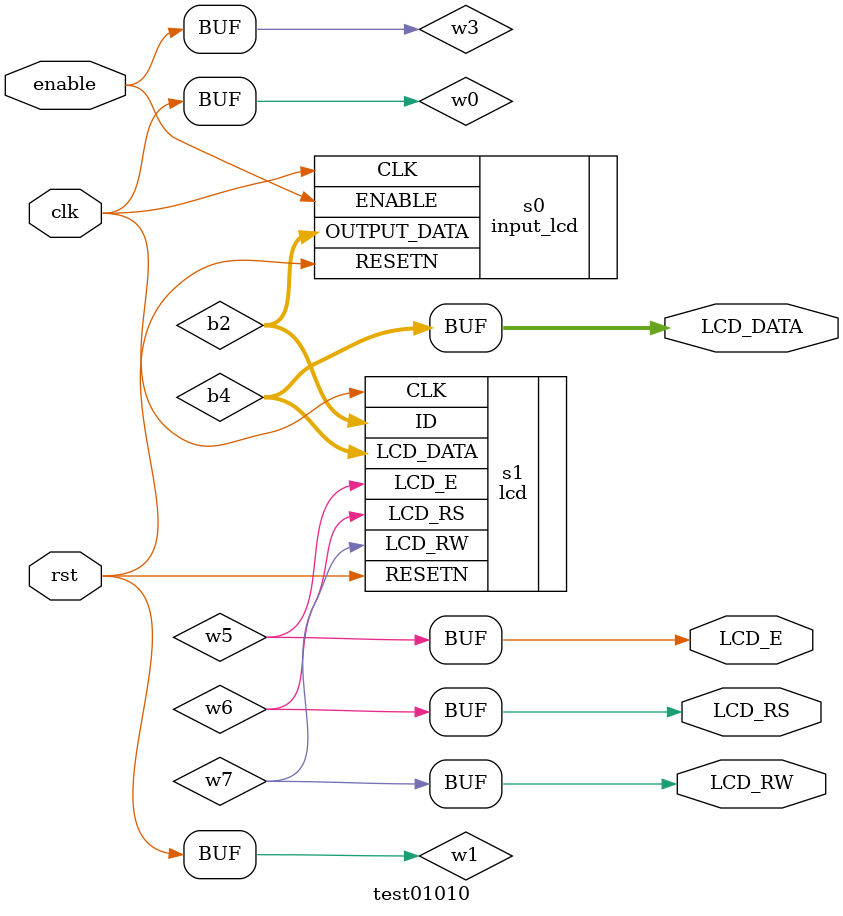
<source format=v>
module test01010(clk,rst,enable,LCD_DATA,LCD_E,LCD_RS,LCD_RW);

input clk;
input rst;
input enable;
output [7:0] LCD_DATA;
output LCD_E;
output LCD_RS;
output LCD_RW;

wire  w0;
wire  w1;
wire [7:0] b2;
wire  w3;
wire [7:0] b4;
wire  w5;
wire  w6;
wire  w7;

assign w0 = clk;
assign w1 = rst;
assign w3 = enable;
assign LCD_DATA = b4;
assign LCD_E = w5;
assign LCD_RS = w6;
assign LCD_RW = w7;

input_lcd
     #(
      .DELAY(2'b10),
      .LINE1(2'b00),
      .LINE2(2'b01))
     s0 (
      .CLK(w0),
      .RESETN(w1),
      .OUTPUT_DATA(b2),
      .ENABLE(w3));

lcd
     #(
      .CLEAR_DISP(3'b111),
      .DELAY(3'b000),
      .DELAY_T(3'b110),
      .DISP_ONOFF(3'b011),
      .ENTRY_MODE(3'b010),
      .FUNCTION_SET(3'b001),
      .LINE1(3'b100),
      .LINE2(3'b101))
     s1 (
      .CLK(w0),
      .RESETN(w1),
      .ID(b2),
      .LCD_DATA(b4),
      .LCD_E(w5),
      .LCD_RS(w6),
      .LCD_RW(w7));

endmodule


</source>
